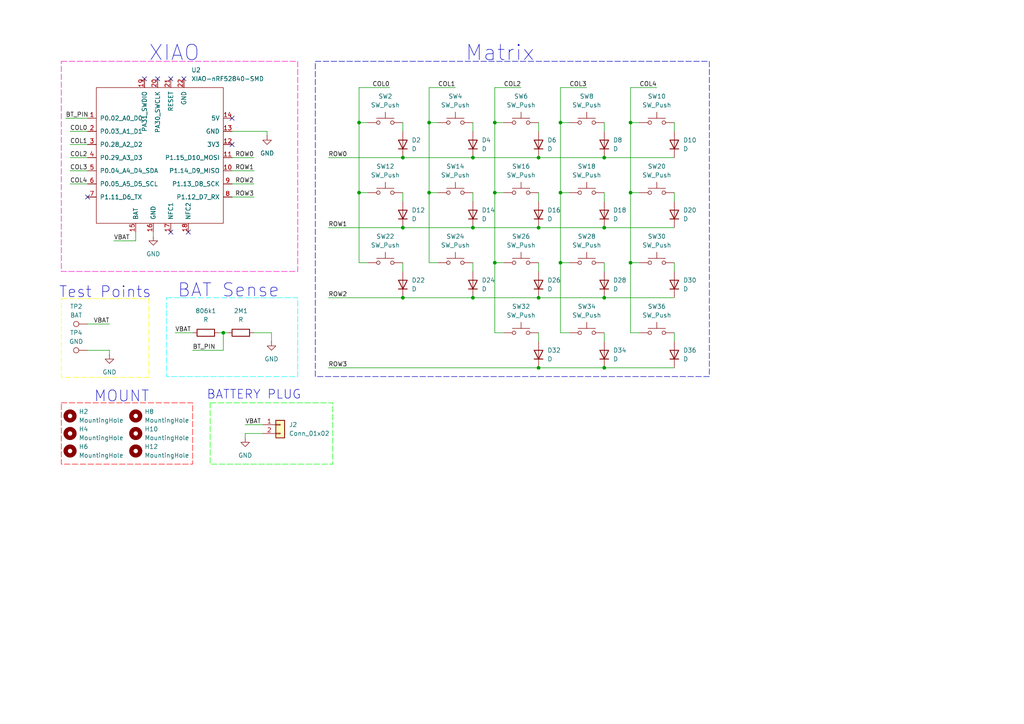
<source format=kicad_sch>
(kicad_sch (version 20250114) (generator "eeschema") (generator_version "9.0")
  (paper "A4")
  (lib_symbols
    (symbol "Connector:TestPoint" (pin_numbers (hide yes)) (pin_names (offset 0.762) (hide yes))
      (property "Reference" "TP" (at 0 6.858 0))
      (property "Value" "TestPoint" (at 0 5.08 0))
      (symbol "TestPoint_0_1"
        (circle (center 0 3.302) (radius 0.762))
      )
      (symbol "TestPoint_1_1"
        (pin passive line (at 0 0 90) (length 2.54) (name "1") (number "1"))
      )
    )
    (symbol "Connector_Generic:Conn_01x02" (pin_names (offset 1.016) (hide yes))
      (property "Reference" "J" (at 0 2.54 0))
      (property "Value" "Conn_01x02" (at 0 -5.08 0))
      (symbol "Conn_01x02_1_1"
        (rectangle (start -1.27 1.27) (end 1.27 -3.81) (stroke (width 0.254)) (fill (type background)))
        (rectangle (start -1.27 0.127) (end 0 -0.127) (stroke (width 0.1524)))
        (rectangle (start -1.27 -2.413) (end 0 -2.667) (stroke (width 0.1524)))
        (pin passive line (at -5.08 0 0) (length 3.81) (name "Pin_1") (number "1"))
        (pin passive line (at -5.08 -2.54 0) (length 3.81) (name "Pin_2") (number "2"))
      )
    )
    (symbol "Device:D" (pin_numbers (hide yes)) (pin_names (offset 1.016) (hide yes))
      (property "Reference" "D" (at 0 2.54 0))
      (property "Value" "D" (at 0 -2.54 0))
      (symbol "D_0_1"
        (polyline (pts (xy -1.27 1.27) (xy -1.27 -1.27)) (stroke (width 0.254)))
        (polyline (pts (xy 1.27 1.27) (xy 1.27 -1.27) (xy -1.27 0) (xy 1.27 1.27)) (stroke (width 0.254)))
        (polyline (pts (xy 1.27 0) (xy -1.27 0)))
      )
      (symbol "D_1_1"
        (pin passive line (at -3.81 0 0) (length 2.54) (name "K") (number "1"))
        (pin passive line (at 3.81 0 180) (length 2.54) (name "A") (number "2"))
      )
    )
    (symbol "Device:R" (pin_numbers (hide yes)) (pin_names (offset 0))
      (property "Reference" "R" (at 2.032 0 90))
      (property "Value" "R" (at 0 0 90))
      (symbol "R_0_1"
        (rectangle (start -1.016 -2.54) (end 1.016 2.54) (stroke (width 0.254)))
      )
      (symbol "R_1_1"
        (pin passive line (at 0 3.81 270) (length 1.27) (name "~") (number "1"))
        (pin passive line (at 0 -3.81 90) (length 1.27) (name "~") (number "2"))
      )
    )
    (symbol "Mechanical:MountingHole" (pin_names (offset 1.016)) (in_bom no)
      (property "Reference" "H" (at 0 5.08 0))
      (property "Value" "MountingHole" (at 0 3.175 0))
      (symbol "MountingHole_0_1"
        (circle (center 0 0) (radius 1.27) (stroke (width 1.27)))
      )
    )
    (symbol "Seeed_Studio_XIAO_Series:XIAO-nRF52840-SMD" (pin_names (offset 1.016))
      (property "Reference" "U" (at -18.542 23.114 0))
      (property "Value" "XIAO-nRF52840-SMD" (at -8.636 21.336 0))
      (symbol "XIAO-nRF52840-SMD_0_1"
        (rectangle (start -19.05 20.32) (end 17.78 -19.05))
      )
      (symbol "XIAO-nRF52840-SMD_1_1"
        (pin passive line (at -21.59 11.43 0) (length 2.54) (name "P0.02_A0_D0") (number "1"))
        (pin passive line (at -21.59 7.62 0) (length 2.54) (name "P0.03_A1_D1") (number "2"))
        (pin passive line (at -21.59 3.81 0) (length 2.54) (name "P0.28_A2_D2") (number "3"))
        (pin passive line (at -21.59 0 0) (length 2.54) (name "P0.29_A3_D3") (number "4"))
        (pin passive line (at -21.59 -3.81 0) (length 2.54) (name "P0.04_A4_D4_SDA") (number "5"))
        (pin passive line (at -21.59 -7.62 0) (length 2.54) (name "P0.05_A5_D5_SCL") (number "6"))
        (pin passive line (at -21.59 -11.43 0) (length 2.54) (name "P1.11_D6_TX") (number "7"))
        (pin passive line (at -7.62 -21.59 90) (length 2.54) (name "BAT") (number "15"))
        (pin passive line (at -5.08 22.86 270) (length 2.54) (name "PA31_SWDIO") (number "19"))
        (pin passive line (at -2.54 -21.59 90) (length 2.54) (name "GND") (number "16"))
        (pin passive line (at -1.27 22.86 270) (length 2.54) (name "PA30_SWCLK") (number "20"))
        (pin passive line (at 2.54 22.86 270) (length 2.54) (name "RESET") (number "21"))
        (pin passive line (at 2.54 -21.59 90) (length 2.54) (name "NFC1") (number "17"))
        (pin passive line (at 6.35 22.86 270) (length 2.54) (name "GND") (number "22"))
        (pin passive line (at 7.62 -21.59 90) (length 2.54) (name "NFC2") (number "18"))
        (pin passive line (at 20.32 11.43 180) (length 2.54) (name "5V") (number "14"))
        (pin passive line (at 20.32 7.62 180) (length 2.54) (name "GND") (number "13"))
        (pin passive line (at 20.32 3.81 180) (length 2.54) (name "3V3") (number "12"))
        (pin passive line (at 20.32 0 180) (length 2.54) (name "P1.15_D10_MOSI") (number "11"))
        (pin passive line (at 20.32 -3.81 180) (length 2.54) (name "P1.14_D9_MISO") (number "10"))
        (pin passive line (at 20.32 -7.62 180) (length 2.54) (name "P1.13_D8_SCK") (number "9"))
        (pin passive line (at 20.32 -11.43 180) (length 2.54) (name "P1.12_D7_RX") (number "8"))
      )
    )
    (symbol "Switch:SW_Push" (pin_numbers (hide yes)) (pin_names (offset 1.016) (hide yes))
      (property "Reference" "SW" (at 1.27 2.54 0))
      (property "Value" "SW_Push" (at 0 -1.524 0))
      (symbol "SW_Push_0_1"
        (circle (center -2.032 0) (radius 0.508))
        (polyline (pts (xy 0 1.27) (xy 0 3.048)))
        (circle (center 2.032 0) (radius 0.508))
        (polyline (pts (xy 2.54 1.27) (xy -2.54 1.27)))
        (pin passive line (at -5.08 0 0) (length 2.54) (name "1") (number "1"))
        (pin passive line (at 5.08 0 180) (length 2.54) (name "2") (number "2"))
      )
    )
    (symbol "power:GND" (power) (pin_numbers (hide yes)) (pin_names (offset 0) (hide yes))
      (property "Value" "GND" (at 0 -3.81 0))
      (symbol "GND_0_1"
        (polyline (pts (xy 0 0) (xy 0 -1.27) (xy 1.27 -1.27) (xy 0 -2.54) (xy -1.27 -1.27) (xy 0 -1.27)))
      )
      (symbol "GND_1_1"
        (pin power_in line (at 0 0 270) (length 0) (name "~") (number "1"))
      )
    )
  )
  (rectangle (start 17.78 17.78) (end 86.36 78.74) (stroke (width 0) (type dash) (color 255 0 199 1)))
  (rectangle (start 91.44 17.78) (end 205.74 109.22) (stroke (width 0) (type dash)))
  (rectangle (start 48.26 86.36) (end 86.36 109.22) (stroke (width 0) (type dash) (color 0 255 255 1)))
  (rectangle (start 17.78 86.614) (end 43.18 109.474) (stroke (width 0) (type dash) (color 255 255 0 1)))
  (rectangle (start 17.78 116.84) (end 55.88 134.62) (stroke (width 0) (type dash) (color 255 0 0 1)))
  (rectangle (start 60.96 116.84) (end 96.52 134.62) (stroke (width 0) (type dash) (color 0 255 0 1)))
  (text "BATTERY PLUG" (at 73.66 114.554 0) (effects (font (size 2.54 2.54))))
  (text "BAT Sense\n" (at 66.294 84.328 0) (effects (font (size 3.81 3.81))))
  (text "Matrix" (at 145.034 15.494 0) (effects (font (size 4.445 4.445))))
  (text "MOUNT\n" (at 35.306 115.062 0) (effects (font (size 3.175 3.175))))
  (text "XIAO" (at 50.546 15.494 0) (effects (font (size 4.445 4.445))))
  (text "Test Points\n" (at 30.48 84.836 0) (effects (font (size 3.175 3.175))))
  (junction (at 156.21 106.68))
  (junction (at 104.14 55.88))
  (junction (at 143.51 55.88))
  (junction (at 175.26 106.68))
  (junction (at 175.26 86.36))
  (junction (at 124.46 35.56))
  (junction (at 182.88 76.2))
  (junction (at 162.56 76.2))
  (junction (at 175.26 45.72))
  (junction (at 162.56 35.56))
  (junction (at 116.84 86.36))
  (junction (at 116.84 45.72))
  (junction (at 137.16 86.36))
  (junction (at 104.14 35.56))
  (junction (at 156.21 45.72))
  (junction (at 156.21 86.36))
  (junction (at 156.21 66.04))
  (junction (at 64.77 96.52))
  (junction (at 137.16 45.72))
  (junction (at 182.88 35.56))
  (junction (at 137.16 66.04))
  (junction (at 116.84 66.04))
  (junction (at 175.26 66.04))
  (junction (at 143.51 76.2))
  (junction (at 182.88 55.88))
  (junction (at 143.51 35.56))
  (junction (at 162.56 55.88))
  (junction (at 124.46 55.88))
  (no_connect (at 53.34 22.86))
  (no_connect (at 41.91 22.86))
  (no_connect (at 49.53 22.86))
  (no_connect (at 67.31 41.91))
  (no_connect (at 49.53 67.31))
  (no_connect (at 67.31 34.29))
  (no_connect (at 54.61 67.31))
  (no_connect (at 45.72 22.86))
  (no_connect (at 25.4 57.15))
  (wire (pts (xy 104.14 35.56) (xy 104.14 25.4)))
  (wire (pts (xy 116.84 86.36) (xy 137.16 86.36)))
  (wire (pts (xy 156.21 76.2) (xy 156.21 78.74)))
  (wire (pts (xy 63.5 96.52) (xy 64.77 96.52)))
  (wire (pts (xy 25.4 93.98) (xy 31.75 93.98)))
  (wire (pts (xy 20.32 41.91) (xy 25.4 41.91)))
  (wire (pts (xy 143.51 35.56) (xy 146.05 35.56)))
  (wire (pts (xy 175.26 55.88) (xy 175.26 58.42)))
  (wire (pts (xy 67.31 38.1) (xy 77.47 38.1)))
  (wire (pts (xy 162.56 76.2) (xy 165.1 76.2)))
  (wire (pts (xy 71.12 123.19) (xy 76.2 123.19)))
  (wire (pts (xy 143.51 55.88) (xy 146.05 55.88)))
  (wire (pts (xy 124.46 25.4) (xy 132.08 25.4)))
  (wire (pts (xy 95.25 45.72) (xy 116.84 45.72)))
  (wire (pts (xy 182.88 76.2) (xy 185.42 76.2)))
  (wire (pts (xy 20.32 45.72) (xy 25.4 45.72)))
  (wire (pts (xy 116.84 66.04) (xy 137.16 66.04)))
  (wire (pts (xy 175.26 86.36) (xy 195.58 86.36)))
  (wire (pts (xy 67.31 57.15) (xy 73.66 57.15)))
  (wire (pts (xy 156.21 96.52) (xy 156.21 99.06)))
  (wire (pts (xy 78.74 96.52) (xy 78.74 99.06)))
  (wire (pts (xy 143.51 35.56) (xy 143.51 25.4)))
  (wire (pts (xy 124.46 35.56) (xy 127 35.56)))
  (wire (pts (xy 104.14 55.88) (xy 106.68 55.88)))
  (wire (pts (xy 20.32 53.34) (xy 25.4 53.34)))
  (wire (pts (xy 67.31 53.34) (xy 73.66 53.34)))
  (wire (pts (xy 143.51 55.88) (xy 143.51 35.56)))
  (wire (pts (xy 67.31 49.53) (xy 73.66 49.53)))
  (wire (pts (xy 137.16 45.72) (xy 156.21 45.72)))
  (wire (pts (xy 175.26 45.72) (xy 195.58 45.72)))
  (wire (pts (xy 162.56 35.56) (xy 162.56 25.4)))
  (wire (pts (xy 156.21 55.88) (xy 156.21 58.42)))
  (wire (pts (xy 143.51 25.4) (xy 151.13 25.4)))
  (wire (pts (xy 182.88 35.56) (xy 182.88 25.4)))
  (wire (pts (xy 55.88 101.6) (xy 64.77 101.6)))
  (wire (pts (xy 182.88 96.52) (xy 185.42 96.52)))
  (wire (pts (xy 162.56 96.52) (xy 165.1 96.52)))
  (wire (pts (xy 124.46 76.2) (xy 124.46 55.88)))
  (wire (pts (xy 73.66 96.52) (xy 78.74 96.52)))
  (wire (pts (xy 124.46 35.56) (xy 124.46 25.4)))
  (wire (pts (xy 156.21 45.72) (xy 175.26 45.72)))
  (wire (pts (xy 20.32 38.1) (xy 25.4 38.1)))
  (wire (pts (xy 143.51 76.2) (xy 146.05 76.2)))
  (wire (pts (xy 195.58 96.52) (xy 195.58 99.06)))
  (wire (pts (xy 162.56 25.4) (xy 170.18 25.4)))
  (wire (pts (xy 116.84 35.56) (xy 116.84 38.1)))
  (wire (pts (xy 64.77 96.52) (xy 66.04 96.52)))
  (wire (pts (xy 137.16 35.56) (xy 137.16 38.1)))
  (wire (pts (xy 195.58 35.56) (xy 195.58 38.1)))
  (wire (pts (xy 162.56 76.2) (xy 162.56 55.88)))
  (wire (pts (xy 195.58 76.2) (xy 195.58 78.74)))
  (wire (pts (xy 182.88 25.4) (xy 190.5 25.4)))
  (wire (pts (xy 19.05 34.29) (xy 25.4 34.29)))
  (wire (pts (xy 25.4 101.6) (xy 31.75 101.6)))
  (wire (pts (xy 124.46 55.88) (xy 124.46 35.56)))
  (wire (pts (xy 175.26 106.68) (xy 195.58 106.68)))
  (wire (pts (xy 116.84 55.88) (xy 116.84 58.42)))
  (wire (pts (xy 143.51 76.2) (xy 143.51 55.88)))
  (wire (pts (xy 182.88 55.88) (xy 185.42 55.88)))
  (wire (pts (xy 76.2 125.73) (xy 71.12 125.73)))
  (wire (pts (xy 124.46 55.88) (xy 127 55.88)))
  (wire (pts (xy 162.56 96.52) (xy 162.56 76.2)))
  (wire (pts (xy 143.51 96.52) (xy 143.51 76.2)))
  (wire (pts (xy 104.14 55.88) (xy 104.14 35.56)))
  (wire (pts (xy 50.8 96.52) (xy 55.88 96.52)))
  (wire (pts (xy 156.21 35.56) (xy 156.21 38.1)))
  (wire (pts (xy 104.14 35.56) (xy 106.68 35.56)))
  (wire (pts (xy 104.14 76.2) (xy 104.14 55.88)))
  (wire (pts (xy 95.25 86.36) (xy 116.84 86.36)))
  (wire (pts (xy 175.26 96.52) (xy 175.26 99.06)))
  (wire (pts (xy 137.16 86.36) (xy 156.21 86.36)))
  (wire (pts (xy 156.21 86.36) (xy 175.26 86.36)))
  (wire (pts (xy 104.14 25.4) (xy 113.03 25.4)))
  (wire (pts (xy 67.31 45.72) (xy 73.66 45.72)))
  (wire (pts (xy 162.56 35.56) (xy 165.1 35.56)))
  (wire (pts (xy 182.88 35.56) (xy 185.42 35.56)))
  (wire (pts (xy 20.32 49.53) (xy 25.4 49.53)))
  (wire (pts (xy 33.02 69.85) (xy 39.37 69.85)))
  (wire (pts (xy 95.25 106.68) (xy 156.21 106.68)))
  (wire (pts (xy 31.75 101.6) (xy 31.75 102.87)))
  (wire (pts (xy 156.21 66.04) (xy 175.26 66.04)))
  (wire (pts (xy 182.88 96.52) (xy 182.88 76.2)))
  (wire (pts (xy 175.26 76.2) (xy 175.26 78.74)))
  (wire (pts (xy 156.21 106.68) (xy 175.26 106.68)))
  (wire (pts (xy 175.26 66.04) (xy 195.58 66.04)))
  (wire (pts (xy 162.56 55.88) (xy 165.1 55.88)))
  (wire (pts (xy 64.77 96.52) (xy 64.77 101.6)))
  (wire (pts (xy 182.88 76.2) (xy 182.88 55.88)))
  (wire (pts (xy 104.14 76.2) (xy 106.68 76.2)))
  (wire (pts (xy 175.26 35.56) (xy 175.26 38.1)))
  (wire (pts (xy 77.47 38.1) (xy 77.47 39.37)))
  (wire (pts (xy 95.25 66.04) (xy 116.84 66.04)))
  (wire (pts (xy 195.58 55.88) (xy 195.58 58.42)))
  (wire (pts (xy 137.16 55.88) (xy 137.16 58.42)))
  (wire (pts (xy 137.16 66.04) (xy 156.21 66.04)))
  (wire (pts (xy 182.88 55.88) (xy 182.88 35.56)))
  (wire (pts (xy 162.56 55.88) (xy 162.56 35.56)))
  (wire (pts (xy 44.45 67.31) (xy 44.45 68.58)))
  (wire (pts (xy 143.51 96.52) (xy 146.05 96.52)))
  (wire (pts (xy 71.12 125.73) (xy 71.12 127)))
  (wire (pts (xy 116.84 45.72) (xy 137.16 45.72)))
  (wire (pts (xy 39.37 67.31) (xy 39.37 69.85)))
  (wire (pts (xy 116.84 76.2) (xy 116.84 78.74)))
  (wire (pts (xy 124.46 76.2) (xy 127 76.2)))
  (wire (pts (xy 137.16 76.2) (xy 137.16 78.74)))
  (label "VBAT" (at 31.75 93.98 180))
  (label "COL1" (at 20.32 41.91 0))
  (label "ROW0" (at 95.25 45.72 0))
  (label "ROW1" (at 95.25 66.04 0))
  (label "BT_PIN" (at 19.05 34.29 0))
  (label "ROW2" (at 73.66 53.34 180))
  (label "ROW3" (at 95.25 106.68 0))
  (label "ROW0" (at 73.66 45.72 180))
  (label "COL2" (at 20.32 45.72 0))
  (label "COL2" (at 151.13 25.4 180))
  (label "COL4" (at 20.32 53.34 0))
  (label "VBAT" (at 33.02 69.85 0))
  (label "COL1" (at 132.08 25.4 180))
  (label "VBAT" (at 71.12 123.19 0))
  (label "VBAT" (at 50.8 96.52 0))
  (label "COL0" (at 20.32 38.1 0))
  (label "COL3" (at 20.32 49.53 0))
  (label "ROW3" (at 73.66 57.15 180))
  (label "COL0" (at 113.03 25.4 180))
  (label "BT_PIN" (at 55.88 101.6 0))
  (label "ROW1" (at 73.66 49.53 180))
  (label "COL4" (at 190.5 25.4 180))
  (label "ROW2" (at 95.25 86.36 0))
  (label "COL3" (at 170.18 25.4 180))
  (symbol (lib_id "power:GND") (at 31.75 102.87 0) (unit 1)
    (property "Reference" "#PWR05" (effects (hide yes)))
    (property "Value" "GND" (at 31.75 107.95 0))
    (property "Description" "Power symbol creates a global label with name \"GND\" , ground" (effects (hide yes)))
    (instances (project "" (path "" (reference "#PWR06") (unit 1)) (path "" (reference "#PWR05") (unit 1))))
  )
  (symbol (lib_id "Switch:SW_Push") (at 170.18 35.56 0) (unit 1)
    (property "Reference" "SW7" (at 170.18 27.94 0))
    (property "Value" "SW_Push" (at 170.18 30.48 0))
    (property "Footprint" "kicad.mod:SW_PG1350_reversible" (effects (hide yes)))
    (property "Description" "Push button switch, generic, two pins" (effects (hide yes)))
    (instances (project "Simply Split" (path "" (reference "SW8") (unit 1)) (path "" (reference "SW7") (unit 1))))
  )
  (symbol (lib_id "Switch:SW_Push") (at 132.08 35.56 0) (unit 1)
    (property "Reference" "SW3" (at 132.08 27.94 0))
    (property "Value" "SW_Push" (at 132.08 30.48 0))
    (property "Footprint" "kicad.mod:SW_PG1350_reversible" (effects (hide yes)))
    (property "Description" "Push button switch, generic, two pins" (effects (hide yes)))
    (instances (project "Simply Split" (path "" (reference "SW4") (unit 1)) (path "" (reference "SW3") (unit 1))))
  )
  (symbol (lib_id "Connector_Generic:Conn_01x02") (at 81.28 123.19 0) (unit 1)
    (property "Reference" "J1" (at 83.82 123.1899 0) (effects (justify left)))
    (property "Value" "Conn_01x02" (at 83.82 125.7299 0) (effects (justify left)))
    (property "Footprint" "Connector_Molex:Molex_PicoBlade_53048-0210_1x02_P1.25mm_Horizontal" (effects (hide yes)))
    (property "Description" "Generic connector, single row, 01x02, script generated (kicad-library-utils/schlib/autogen/connector/)" (effects (hide yes)))
    (instances (project "" (path "" (reference "J2") (unit 1)) (path "" (reference "J1") (unit 1))))
  )
  (symbol (lib_id "Switch:SW_Push") (at 190.5 76.2 0) (unit 1)
    (property "Reference" "SW29" (at 190.5 68.58 0))
    (property "Value" "SW_Push" (at 190.5 71.12 0))
    (property "Footprint" "kicad.mod:SW_PG1350_reversible" (effects (hide yes)))
    (property "Description" "Push button switch, generic, two pins" (effects (hide yes)))
    (instances (project "Simply Split" (path "" (reference "SW30") (unit 1)) (path "" (reference "SW29") (unit 1))))
  )
  (symbol (lib_id "Switch:SW_Push") (at 111.76 55.88 0) (unit 1)
    (property "Reference" "SW11" (at 111.76 48.26 0))
    (property "Value" "SW_Push" (at 111.76 50.8 0))
    (property "Footprint" "kicad.mod:SW_PG1350_reversible" (effects (hide yes)))
    (property "Description" "Push button switch, generic, two pins" (effects (hide yes)))
    (instances (project "Simply Split" (path "" (reference "SW12") (unit 1)) (path "" (reference "SW11") (unit 1))))
  )
  (symbol (lib_id "power:GND") (at 78.74 99.06 0) (unit 1)
    (property "Reference" "#PWR07" (effects (hide yes)))
    (property "Value" "GND" (at 78.74 104.14 0))
    (property "Description" "Power symbol creates a global label with name \"GND\" , ground" (effects (hide yes)))
    (instances (project "" (path "" (reference "#PWR08") (unit 1)) (path "" (reference "#PWR07") (unit 1))))
  )
  (symbol (lib_id "Device:D") (at 156.21 102.87 90) (unit 1)
    (property "Reference" "D31" (at 158.75 101.5999 90) (effects (justify right)))
    (property "Value" "D" (at 158.75 104.1399 90) (effects (justify right)))
    (property "Footprint" "Diode_SMD:diode123reverse" (effects (hide yes)))
    (property "Description" "Diode" (effects (hide yes)))
    (property "Sim.Device" "D" (effects (hide yes)))
    (property "Sim.Pins" "1=K 2=A" (effects (hide yes)))
    (instances (project "Simply Split" (path "" (reference "D32") (unit 1)) (path "" (reference "D31") (unit 1))))
  )
  (symbol (lib_id "Device:D") (at 175.26 62.23 90) (unit 1)
    (property "Reference" "D17" (at 177.8 60.9599 90) (effects (justify right)))
    (property "Value" "D" (at 177.8 63.4999 90) (effects (justify right)))
    (property "Footprint" "Diode_SMD:diode123reverse" (effects (hide yes)))
    (property "Description" "Diode" (effects (hide yes)))
    (property "Sim.Device" "D" (effects (hide yes)))
    (property "Sim.Pins" "1=K 2=A" (effects (hide yes)))
    (instances (project "Simply Split" (path "" (reference "D18") (unit 1)) (path "" (reference "D17") (unit 1))))
  )
  (symbol (lib_id "Device:D") (at 137.16 82.55 90) (unit 1)
    (property "Reference" "D23" (at 139.7 81.2799 90) (effects (justify right)))
    (property "Value" "D" (at 139.7 83.8199 90) (effects (justify right)))
    (property "Footprint" "Diode_SMD:diode123reverse" (effects (hide yes)))
    (property "Description" "Diode" (effects (hide yes)))
    (property "Sim.Device" "D" (effects (hide yes)))
    (property "Sim.Pins" "1=K 2=A" (effects (hide yes)))
    (instances (project "Simply Split" (path "" (reference "D24") (unit 1)) (path "" (reference "D23") (unit 1))))
  )
  (symbol (lib_id "Device:D") (at 175.26 102.87 90) (unit 1)
    (property "Reference" "D33" (at 177.8 101.5999 90) (effects (justify right)))
    (property "Value" "D" (at 177.8 104.1399 90) (effects (justify right)))
    (property "Footprint" "Diode_SMD:diode123reverse" (effects (hide yes)))
    (property "Description" "Diode" (effects (hide yes)))
    (property "Sim.Device" "D" (effects (hide yes)))
    (property "Sim.Pins" "1=K 2=A" (effects (hide yes)))
    (instances (project "Simply Split" (path "" (reference "D34") (unit 1)) (path "" (reference "D33") (unit 1))))
  )
  (symbol (lib_id "Device:D") (at 156.21 62.23 90) (unit 1)
    (property "Reference" "D15" (at 158.75 60.9599 90) (effects (justify right)))
    (property "Value" "D" (at 158.75 63.4999 90) (effects (justify right)))
    (property "Footprint" "Diode_SMD:diode123reverse" (effects (hide yes)))
    (property "Description" "Diode" (effects (hide yes)))
    (property "Sim.Device" "D" (effects (hide yes)))
    (property "Sim.Pins" "1=K 2=A" (effects (hide yes)))
    (instances (project "Simply Split" (path "" (reference "D16") (unit 1)) (path "" (reference "D15") (unit 1))))
  )
  (symbol (lib_id "Mechanical:MountingHole") (at 39.37 130.81 0) (unit 1) (in_bom no)
    (property "Reference" "H11" (at 41.91 129.5399 0) (effects (justify left)))
    (property "Value" "MountingHole" (at 41.91 132.0799 0) (effects (justify left)))
    (property "Footprint" "MountingHole:MountingHole_3.2mm_M3" (effects (hide yes)))
    (property "Description" "Mounting Hole without connection" (effects (hide yes)))
    (instances (project "" (path "" (reference "H12") (unit 1)) (path "" (reference "H11") (unit 1))))
  )
  (symbol (lib_id "Mechanical:MountingHole") (at 20.32 120.65 0) (unit 1) (in_bom no)
    (property "Reference" "H1" (at 22.86 119.3799 0) (effects (justify left)))
    (property "Value" "MountingHole" (at 22.86 121.9199 0) (effects (justify left)))
    (property "Footprint" "MountingHole:MountingHole_3.2mm_M3" (effects (hide yes)))
    (property "Description" "Mounting Hole without connection" (effects (hide yes)))
    (instances (project "" (path "" (reference "H2") (unit 1)) (path "" (reference "H1") (unit 1))))
  )
  (symbol (lib_id "Switch:SW_Push") (at 111.76 35.56 0) (unit 1)
    (property "Reference" "SW1" (at 111.76 27.94 0))
    (property "Value" "SW_Push" (at 111.76 30.48 0))
    (property "Footprint" "kicad.mod:SW_PG1350_reversible" (effects (hide yes)))
    (property "Description" "Push button switch, generic, two pins" (effects (hide yes)))
    (instances (project "" (path "" (reference "SW2") (unit 1)) (path "" (reference "SW1") (unit 1))))
  )
  (symbol (lib_id "Switch:SW_Push") (at 170.18 55.88 0) (unit 1)
    (property "Reference" "SW17" (at 170.18 48.26 0))
    (property "Value" "SW_Push" (at 170.18 50.8 0))
    (property "Footprint" "kicad.mod:SW_PG1350_reversible" (effects (hide yes)))
    (property "Description" "Push button switch, generic, two pins" (effects (hide yes)))
    (instances (project "Simply Split" (path "" (reference "SW18") (unit 1)) (path "" (reference "SW17") (unit 1))))
  )
  (symbol (lib_id "Device:D") (at 156.21 82.55 90) (unit 1)
    (property "Reference" "D25" (at 158.75 81.2799 90) (effects (justify right)))
    (property "Value" "D" (at 158.75 83.8199 90) (effects (justify right)))
    (property "Footprint" "Diode_SMD:diode123reverse" (effects (hide yes)))
    (property "Description" "Diode" (effects (hide yes)))
    (property "Sim.Device" "D" (effects (hide yes)))
    (property "Sim.Pins" "1=K 2=A" (effects (hide yes)))
    (instances (project "Simply Split" (path "" (reference "D26") (unit 1)) (path "" (reference "D25") (unit 1))))
  )
  (symbol (lib_id "Switch:SW_Push") (at 190.5 55.88 0) (unit 1)
    (property "Reference" "SW19" (at 190.5 48.26 0))
    (property "Value" "SW_Push" (at 190.5 50.8 0))
    (property "Footprint" "kicad.mod:SW_PG1350_reversible" (effects (hide yes)))
    (property "Description" "Push button switch, generic, two pins" (effects (hide yes)))
    (instances (project "Simply Split" (path "" (reference "SW20") (unit 1)) (path "" (reference "SW19") (unit 1))))
  )
  (symbol (lib_id "Device:D") (at 195.58 102.87 90) (unit 1)
    (property "Reference" "D35" (at 198.12 101.5999 90) (effects (justify right)))
    (property "Value" "D" (at 198.12 104.1399 90) (effects (justify right)))
    (property "Footprint" "Diode_SMD:diode123reverse" (effects (hide yes)))
    (property "Description" "Diode" (effects (hide yes)))
    (property "Sim.Device" "D" (effects (hide yes)))
    (property "Sim.Pins" "1=K 2=A" (effects (hide yes)))
    (instances (project "Simply Split" (path "" (reference "D36") (unit 1)) (path "" (reference "D35") (unit 1))))
  )
  (symbol (lib_id "power:GND") (at 77.47 39.37 0) (unit 1)
    (property "Reference" "#PWR01" (effects (hide yes)))
    (property "Value" "GND" (at 77.47 44.45 0))
    (property "Description" "Power symbol creates a global label with name \"GND\" , ground" (effects (hide yes)))
    (instances (project "" (path "" (reference "#PWR02") (unit 1)) (path "" (reference "#PWR01") (unit 1))))
  )
  (symbol (lib_id "Device:D") (at 137.16 41.91 90) (unit 1)
    (property "Reference" "D3" (at 139.7 40.6399 90) (effects (justify right)))
    (property "Value" "D" (at 139.7 43.1799 90) (effects (justify right)))
    (property "Footprint" "Diode_SMD:diode123reverse" (effects (hide yes)))
    (property "Description" "Diode" (effects (hide yes)))
    (property "Sim.Device" "D" (effects (hide yes)))
    (property "Sim.Pins" "1=K 2=A" (effects (hide yes)))
    (instances (project "Simply Split" (path "" (reference "D4") (unit 1)) (path "" (reference "D3") (unit 1))))
  )
  (symbol (lib_id "Mechanical:MountingHole") (at 39.37 120.65 0) (unit 1) (in_bom no)
    (property "Reference" "H7" (at 41.91 119.3799 0) (effects (justify left)))
    (property "Value" "MountingHole" (at 41.91 121.9199 0) (effects (justify left)))
    (property "Footprint" "MountingHole:MountingHole_3.2mm_M3" (effects (hide yes)))
    (property "Description" "Mounting Hole without connection" (effects (hide yes)))
    (instances (project "" (path "" (reference "H8") (unit 1)) (path "" (reference "H7") (unit 1))))
  )
  (symbol (lib_id "Connector:TestPoint") (at 25.4 101.6 90) (unit 1)
    (property "Reference" "TP3" (at 22.098 96.52 90))
    (property "Value" "GND" (at 22.098 99.06 90))
    (property "Footprint" "TestPoint:TestPoint_Pad_D2.5mm" (effects (hide yes)))
    (property "Description" "test point" (effects (hide yes)))
    (instances (project "" (path "" (reference "TP4") (unit 1)) (path "" (reference "TP3") (unit 1))))
  )
  (symbol (lib_id "power:GND") (at 44.45 68.58 0) (unit 1)
    (property "Reference" "#PWR03" (effects (hide yes)))
    (property "Value" "GND" (at 44.45 73.66 0))
    (property "Description" "Power symbol creates a global label with name \"GND\" , ground" (effects (hide yes)))
    (instances (project "" (path "" (reference "#PWR04") (unit 1)) (path "" (reference "#PWR03") (unit 1))))
  )
  (symbol (lib_id "Switch:SW_Push") (at 151.13 96.52 0) (unit 1)
    (property "Reference" "SW31" (at 151.13 88.9 0))
    (property "Value" "SW_Push" (at 151.13 91.44 0))
    (property "Footprint" "kicad.mod:SW_PG1350_reversible" (effects (hide yes)))
    (property "Description" "Push button switch, generic, two pins" (effects (hide yes)))
    (instances (project "Simply Split" (path "" (reference "SW32") (unit 1)) (path "" (reference "SW31") (unit 1))))
  )
  (symbol (lib_id "Device:D") (at 195.58 82.55 90) (unit 1)
    (property "Reference" "D29" (at 198.12 81.2799 90) (effects (justify right)))
    (property "Value" "D" (at 198.12 83.8199 90) (effects (justify right)))
    (property "Footprint" "Diode_SMD:diode123reverse" (effects (hide yes)))
    (property "Description" "Diode" (effects (hide yes)))
    (property "Sim.Device" "D" (effects (hide yes)))
    (property "Sim.Pins" "1=K 2=A" (effects (hide yes)))
    (instances (project "Simply Split" (path "" (reference "D30") (unit 1)) (path "" (reference "D29") (unit 1))))
  )
  (symbol (lib_id "Switch:SW_Push") (at 190.5 96.52 0) (unit 1)
    (property "Reference" "SW35" (at 190.5 88.9 0))
    (property "Value" "SW_Push" (at 190.5 91.44 0))
    (property "Footprint" "kicad.mod:SW_PG1350_reversible" (effects (hide yes)))
    (property "Description" "Push button switch, generic, two pins" (effects (hide yes)))
    (instances (project "Simply Split" (path "" (reference "SW36") (unit 1)) (path "" (reference "SW35") (unit 1))))
  )
  (symbol (lib_id "Switch:SW_Push") (at 151.13 35.56 0) (unit 1)
    (property "Reference" "SW5" (at 151.13 27.94 0))
    (property "Value" "SW_Push" (at 151.13 30.48 0))
    (property "Footprint" "kicad.mod:SW_PG1350_reversible" (effects (hide yes)))
    (property "Description" "Push button switch, generic, two pins" (effects (hide yes)))
    (instances (project "Simply Split" (path "" (reference "SW6") (unit 1)) (path "" (reference "SW5") (unit 1))))
  )
  (symbol (lib_id "Connector:TestPoint") (at 25.4 93.98 90) (unit 1)
    (property "Reference" "TP1" (at 22.098 88.9 90))
    (property "Value" "BAT" (at 22.098 91.44 90))
    (property "Footprint" "TestPoint:TestPoint_Pad_D2.5mm" (effects (hide yes)))
    (property "Description" "test point" (effects (hide yes)))
    (instances (project "" (path "" (reference "TP2") (unit 1)) (path "" (reference "TP1") (unit 1))))
  )
  (symbol (lib_id "Device:R") (at 59.69 96.52 90) (unit 1)
    (property "Reference" "R1" (at 59.69 90.17 90))
    (property "Value" "R" (at 59.69 92.71 90))
    (property "Footprint" "Resistor_SMD:R_0805_2012Metric" (effects (hide yes)))
    (property "Description" "Resistor" (effects (hide yes)))
    (instances (project "" (path "" (reference "806k1") (unit 1)) (path "" (reference "R1") (unit 1))))
  )
  (symbol (lib_id "Device:D") (at 175.26 82.55 90) (unit 1)
    (property "Reference" "D27" (at 177.8 81.2799 90) (effects (justify right)))
    (property "Value" "D" (at 177.8 83.8199 90) (effects (justify right)))
    (property "Footprint" "Diode_SMD:diode123reverse" (effects (hide yes)))
    (property "Description" "Diode" (effects (hide yes)))
    (property "Sim.Device" "D" (effects (hide yes)))
    (property "Sim.Pins" "1=K 2=A" (effects (hide yes)))
    (instances (project "Simply Split" (path "" (reference "D28") (unit 1)) (path "" (reference "D27") (unit 1))))
  )
  (symbol (lib_id "Mechanical:MountingHole") (at 39.37 125.73 0) (unit 1) (in_bom no)
    (property "Reference" "H9" (at 41.91 124.4599 0) (effects (justify left)))
    (property "Value" "MountingHole" (at 41.91 126.9999 0) (effects (justify left)))
    (property "Footprint" "MountingHole:MountingHole_3.2mm_M3" (effects (hide yes)))
    (property "Description" "Mounting Hole without connection" (effects (hide yes)))
    (instances (project "" (path "" (reference "H10") (unit 1)) (path "" (reference "H9") (unit 1))))
  )
  (symbol (lib_id "Switch:SW_Push") (at 170.18 96.52 0) (unit 1)
    (property "Reference" "SW33" (at 170.18 88.9 0))
    (property "Value" "SW_Push" (at 170.18 91.44 0))
    (property "Footprint" "kicad.mod:SW_PG1350_reversible" (effects (hide yes)))
    (property "Description" "Push button switch, generic, two pins" (effects (hide yes)))
    (instances (project "Simply Split" (path "" (reference "SW34") (unit 1)) (path "" (reference "SW33") (unit 1))))
  )
  (symbol (lib_id "Device:D") (at 116.84 41.91 90) (unit 1)
    (property "Reference" "D1" (at 119.38 40.6399 90) (effects (justify right)))
    (property "Value" "D" (at 119.38 43.1799 90) (effects (justify right)))
    (property "Footprint" "Diode_SMD:diode123reverse" (effects (hide yes)))
    (property "Description" "Diode" (effects (hide yes)))
    (property "Sim.Device" "D" (effects (hide yes)))
    (property "Sim.Pins" "1=K 2=A" (effects (hide yes)))
    (instances (project "" (path "" (reference "D2") (unit 1)) (path "" (reference "D1") (unit 1))))
  )
  (symbol (lib_id "Mechanical:MountingHole") (at 20.32 130.81 0) (unit 1) (in_bom no)
    (property "Reference" "H5" (at 22.86 129.5399 0) (effects (justify left)))
    (property "Value" "MountingHole" (at 22.86 132.0799 0) (effects (justify left)))
    (property "Footprint" "MountingHole:MountingHole_3.2mm_M3" (effects (hide yes)))
    (property "Description" "Mounting Hole without connection" (effects (hide yes)))
    (instances (project "" (path "" (reference "H6") (unit 1)) (path "" (reference "H5") (unit 1))))
  )
  (symbol (lib_id "Device:D") (at 137.16 62.23 90) (unit 1)
    (property "Reference" "D13" (at 139.7 60.9599 90) (effects (justify right)))
    (property "Value" "D" (at 139.7 63.4999 90) (effects (justify right)))
    (property "Footprint" "Diode_SMD:diode123reverse" (effects (hide yes)))
    (property "Description" "Diode" (effects (hide yes)))
    (property "Sim.Device" "D" (effects (hide yes)))
    (property "Sim.Pins" "1=K 2=A" (effects (hide yes)))
    (instances (project "Simply Split" (path "" (reference "D14") (unit 1)) (path "" (reference "D13") (unit 1))))
  )
  (symbol (lib_id "Device:D") (at 195.58 41.91 90) (unit 1)
    (property "Reference" "D9" (at 198.12 40.6399 90) (effects (justify right)))
    (property "Value" "D" (at 198.12 43.1799 90) (effects (justify right)))
    (property "Footprint" "Diode_SMD:diode123reverse" (effects (hide yes)))
    (property "Description" "Diode" (effects (hide yes)))
    (property "Sim.Device" "D" (effects (hide yes)))
    (property "Sim.Pins" "1=K 2=A" (effects (hide yes)))
    (instances (project "Simply Split" (path "" (reference "D10") (unit 1)) (path "" (reference "D9") (unit 1))))
  )
  (symbol (lib_id "Seeed_Studio_XIAO_Series:XIAO-nRF52840-SMD") (at 46.99 45.72 0) (unit 1)
    (property "Reference" "U1" (at 55.4833 20.32 0) (effects (justify left)))
    (property "Value" "XIAO-nRF52840-SMD" (at 55.4833 22.86 0) (effects (justify left)))
    (property "Footprint" "kicad.mod:modified-XIAO-nRF52840-SMD (1)" (effects (hide yes)))
    (instances (project "" (path "" (reference "U2") (unit 1)) (path "" (reference "U1") (unit 1))))
  )
  (symbol (lib_id "Device:D") (at 156.21 41.91 90) (unit 1)
    (property "Reference" "D5" (at 158.75 40.6399 90) (effects (justify right)))
    (property "Value" "D" (at 158.75 43.1799 90) (effects (justify right)))
    (property "Footprint" "Diode_SMD:diode123reverse" (effects (hide yes)))
    (property "Description" "Diode" (effects (hide yes)))
    (property "Sim.Device" "D" (effects (hide yes)))
    (property "Sim.Pins" "1=K 2=A" (effects (hide yes)))
    (instances (project "Simply Split" (path "" (reference "D6") (unit 1)) (path "" (reference "D5") (unit 1))))
  )
  (symbol (lib_id "Mechanical:MountingHole") (at 20.32 125.73 0) (unit 1) (in_bom no)
    (property "Reference" "H3" (at 22.86 124.4599 0) (effects (justify left)))
    (property "Value" "MountingHole" (at 22.86 126.9999 0) (effects (justify left)))
    (property "Footprint" "MountingHole:MountingHole_3.2mm_M3" (effects (hide yes)))
    (property "Description" "Mounting Hole without connection" (effects (hide yes)))
    (instances (project "" (path "" (reference "H4") (unit 1)) (path "" (reference "H3") (unit 1))))
  )
  (symbol (lib_id "Switch:SW_Push") (at 190.5 35.56 0) (unit 1)
    (property "Reference" "SW9" (at 190.5 27.94 0))
    (property "Value" "SW_Push" (at 190.5 30.48 0))
    (property "Footprint" "kicad.mod:SW_PG1350_reversible" (effects (hide yes)))
    (property "Description" "Push button switch, generic, two pins" (effects (hide yes)))
    (instances (project "Simply Split" (path "" (reference "SW10") (unit 1)) (path "" (reference "SW9") (unit 1))))
  )
  (symbol (lib_id "Switch:SW_Push") (at 132.08 55.88 0) (unit 1)
    (property "Reference" "SW13" (at 132.08 48.26 0))
    (property "Value" "SW_Push" (at 132.08 50.8 0))
    (property "Footprint" "kicad.mod:SW_PG1350_reversible" (effects (hide yes)))
    (property "Description" "Push button switch, generic, two pins" (effects (hide yes)))
    (instances (project "Simply Split" (path "" (reference "SW14") (unit 1)) (path "" (reference "SW13") (unit 1))))
  )
  (symbol (lib_id "Switch:SW_Push") (at 132.08 76.2 0) (unit 1)
    (property "Reference" "SW23" (at 132.08 68.58 0))
    (property "Value" "SW_Push" (at 132.08 71.12 0))
    (property "Footprint" "kicad.mod:SW_PG1350_reversible" (effects (hide yes)))
    (property "Description" "Push button switch, generic, two pins" (effects (hide yes)))
    (instances (project "Simply Split" (path "" (reference "SW24") (unit 1)) (path "" (reference "SW23") (unit 1))))
  )
  (symbol (lib_id "Device:D") (at 195.58 62.23 90) (unit 1)
    (property "Reference" "D19" (at 198.12 60.9599 90) (effects (justify right)))
    (property "Value" "D" (at 198.12 63.4999 90) (effects (justify right)))
    (property "Footprint" "Diode_SMD:diode123reverse" (effects (hide yes)))
    (property "Description" "Diode" (effects (hide yes)))
    (property "Sim.Device" "D" (effects (hide yes)))
    (property "Sim.Pins" "1=K 2=A" (effects (hide yes)))
    (instances (project "Simply Split" (path "" (reference "D20") (unit 1)) (path "" (reference "D19") (unit 1))))
  )
  (symbol (lib_id "Device:D") (at 175.26 41.91 90) (unit 1)
    (property "Reference" "D7" (at 177.8 40.6399 90) (effects (justify right)))
    (property "Value" "D" (at 177.8 43.1799 90) (effects (justify right)))
    (property "Footprint" "Diode_SMD:diode123reverse" (effects (hide yes)))
    (property "Description" "Diode" (effects (hide yes)))
    (property "Sim.Device" "D" (effects (hide yes)))
    (property "Sim.Pins" "1=K 2=A" (effects (hide yes)))
    (instances (project "Simply Split" (path "" (reference "D8") (unit 1)) (path "" (reference "D7") (unit 1))))
  )
  (symbol (lib_id "Device:R") (at 69.85 96.52 90) (unit 1)
    (property "Reference" "R3" (at 69.85 90.17 90))
    (property "Value" "R" (at 69.85 92.71 90))
    (property "Footprint" "Resistor_SMD:R_0805_2012Metric" (effects (hide yes)))
    (property "Description" "Resistor" (effects (hide yes)))
    (instances (project "" (path "" (reference "2M1") (unit 1)) (path "" (reference "R3") (unit 1))))
  )
  (symbol (lib_id "Device:D") (at 116.84 62.23 90) (unit 1)
    (property "Reference" "D11" (at 119.38 60.9599 90) (effects (justify right)))
    (property "Value" "D" (at 119.38 63.4999 90) (effects (justify right)))
    (property "Footprint" "Diode_SMD:diode123reverse" (effects (hide yes)))
    (property "Description" "Diode" (effects (hide yes)))
    (property "Sim.Device" "D" (effects (hide yes)))
    (property "Sim.Pins" "1=K 2=A" (effects (hide yes)))
    (instances (project "Simply Split" (path "" (reference "D12") (unit 1)) (path "" (reference "D11") (unit 1))))
  )
  (symbol (lib_id "Switch:SW_Push") (at 151.13 76.2 0) (unit 1)
    (property "Reference" "SW25" (at 151.13 68.58 0))
    (property "Value" "SW_Push" (at 151.13 71.12 0))
    (property "Footprint" "kicad.mod:SW_PG1350_reversible" (effects (hide yes)))
    (property "Description" "Push button switch, generic, two pins" (effects (hide yes)))
    (instances (project "Simply Split" (path "" (reference "SW26") (unit 1)) (path "" (reference "SW25") (unit 1))))
  )
  (symbol (lib_id "power:GND") (at 71.12 127 0) (unit 1)
    (property "Reference" "#PWR09" (effects (hide yes)))
    (property "Value" "GND" (at 71.12 132.08 0))
    (property "Description" "Power symbol creates a global label with name \"GND\" , ground" (effects (hide yes)))
    (instances (project "Simply Split" (path "" (reference "#PWR010") (unit 1)) (path "" (reference "#PWR09") (unit 1))))
  )
  (symbol (lib_id "Device:D") (at 116.84 82.55 90) (unit 1)
    (property "Reference" "D21" (at 119.38 81.2799 90) (effects (justify right)))
    (property "Value" "D" (at 119.38 83.8199 90) (effects (justify right)))
    (property "Footprint" "Diode_SMD:diode123reverse" (effects (hide yes)))
    (property "Description" "Diode" (effects (hide yes)))
    (property "Sim.Device" "D" (effects (hide yes)))
    (property "Sim.Pins" "1=K 2=A" (effects (hide yes)))
    (instances (project "Simply Split" (path "" (reference "D22") (unit 1)) (path "" (reference "D21") (unit 1))))
  )
  (symbol (lib_id "Switch:SW_Push") (at 151.13 55.88 0) (unit 1)
    (property "Reference" "SW15" (at 151.13 48.26 0))
    (property "Value" "SW_Push" (at 151.13 50.8 0))
    (property "Footprint" "kicad.mod:SW_PG1350_reversible" (effects (hide yes)))
    (property "Description" "Push button switch, generic, two pins" (effects (hide yes)))
    (instances (project "Simply Split" (path "" (reference "SW16") (unit 1)) (path "" (reference "SW15") (unit 1))))
  )
  (symbol (lib_id "Switch:SW_Push") (at 111.76 76.2 0) (unit 1)
    (property "Reference" "SW21" (at 111.76 68.58 0))
    (property "Value" "SW_Push" (at 111.76 71.12 0))
    (property "Footprint" "kicad.mod:SW_PG1350_reversible" (effects (hide yes)))
    (property "Description" "Push button switch, generic, two pins" (effects (hide yes)))
    (instances (project "Simply Split" (path "" (reference "SW22") (unit 1)) (path "" (reference "SW21") (unit 1))))
  )
  (symbol (lib_id "Switch:SW_Push") (at 170.18 76.2 0) (unit 1)
    (property "Reference" "SW27" (at 170.18 68.58 0))
    (property "Value" "SW_Push" (at 170.18 71.12 0))
    (property "Footprint" "kicad.mod:SW_PG1350_reversible" (effects (hide yes)))
    (property "Description" "Push button switch, generic, two pins" (effects (hide yes)))
    (instances (project "Simply Split" (path "" (reference "SW28") (unit 1)) (path "" (reference "SW27") (unit 1))))
  )
)
</source>
